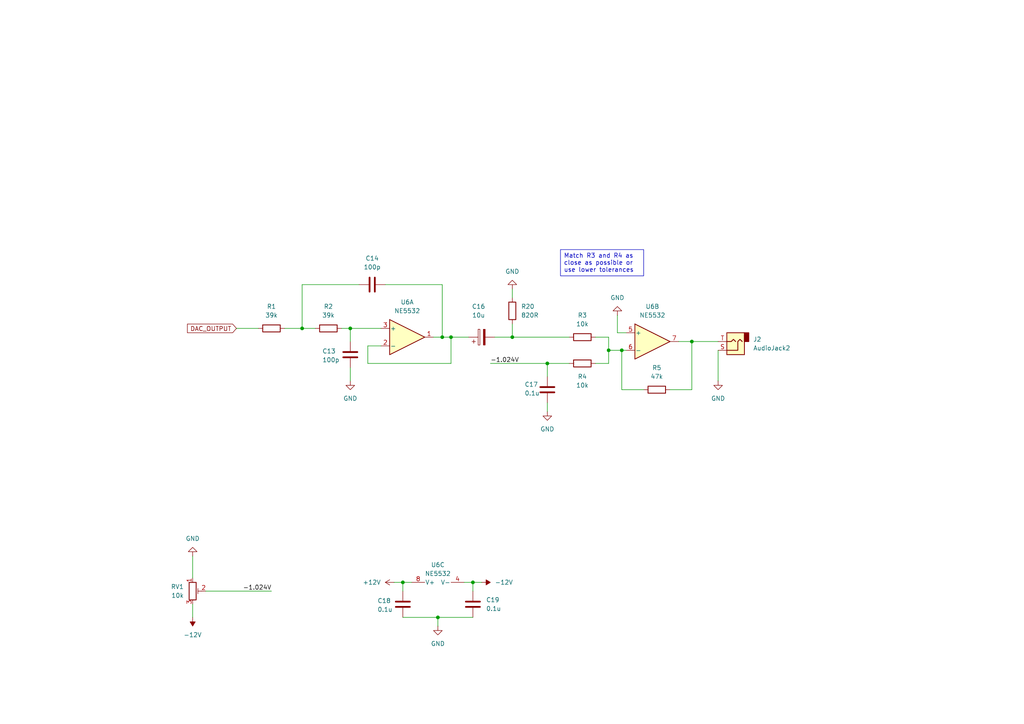
<source format=kicad_sch>
(kicad_sch (version 20231120) (generator "eeschema") (generator_version "8.0")
  (paper "A4")
  (title_block (title "Output") (date "2024-11-18") (rev "1"))
  (lib_symbols
    (symbol "Amplifier_Operational:NE5532" (pin_names (offset 0.127))
      (property "Reference" "U" (at 0 5.08 0))
      (property "Value" "NE5532" (at 0 -5.08 0))
      (symbol "NE5532_1_1"
        (polyline (pts (xy -5.08 5.08) (xy 5.08 0) (xy -5.08 -5.08) (xy -5.08 5.08)) (stroke (width 0.254)) (fill (type background)))
        (pin output line (at 7.62 0 180) (length 2.54) (name "~") (number "1"))
        (pin input line (at -7.62 -2.54 0) (length 2.54) (name "-") (number "2"))
        (pin input line (at -7.62 2.54 0) (length 2.54) (name "+") (number "3"))
      )
      (symbol "NE5532_2_1"
        (polyline (pts (xy -5.08 5.08) (xy 5.08 0) (xy -5.08 -5.08) (xy -5.08 5.08)) (stroke (width 0.254)) (fill (type background)))
        (pin input line (at -7.62 2.54 0) (length 2.54) (name "+") (number "5"))
        (pin input line (at -7.62 -2.54 0) (length 2.54) (name "-") (number "6"))
        (pin output line (at 7.62 0 180) (length 2.54) (name "~") (number "7"))
      )
      (symbol "NE5532_3_1"
        (pin power_in line (at -2.54 -7.62 90) (length 3.81) (name "V-") (number "4"))
        (pin power_in line (at -2.54 7.62 270) (length 3.81) (name "V+") (number "8"))
      )
    )
    (symbol "Connector_Audio:AudioJack2"
      (property "Reference" "J" (at 0 8.89 0))
      (property "Value" "AudioJack2" (at 0 6.35 0))
      (symbol "AudioJack2_0_1"
        (rectangle (start -3.81 0) (end -2.54 -2.54) (stroke (width 0.254)) (fill (type outline)))
        (rectangle (start -2.54 3.81) (end 2.54 -2.54) (stroke (width 0.254)) (fill (type background)))
        (polyline (pts (xy 0 0) (xy 0.635 -0.635) (xy 1.27 0) (xy 2.54 0)) (stroke (width 0.254)))
        (polyline (pts (xy 2.54 2.54) (xy -0.635 2.54) (xy -0.635 0) (xy -1.27 -0.635) (xy -1.905 0)) (stroke (width 0.254)))
      )
      (symbol "AudioJack2_1_1"
        (pin passive line (at 5.08 2.54 180) (length 2.54) (name "~") (number "S"))
        (pin passive line (at 5.08 0 180) (length 2.54) (name "~") (number "T"))
      )
    )
    (symbol "Device:C" (pin_numbers hide) (pin_names (offset 0.254))
      (property "Reference" "C" (at 0.635 2.54 0))
      (property "Value" "C" (at 0.635 -2.54 0))
      (symbol "C_0_1"
        (polyline (pts (xy -2.032 -0.762) (xy 2.032 -0.762)) (stroke (width 0.508)))
        (polyline (pts (xy -2.032 0.762) (xy 2.032 0.762)) (stroke (width 0.508)))
      )
      (symbol "C_1_1"
        (pin passive line (at 0 3.81 270) (length 2.794) (name "~") (number "1"))
        (pin passive line (at 0 -3.81 90) (length 2.794) (name "~") (number "2"))
      )
    )
    (symbol "Device:C_Polarized" (pin_numbers hide) (pin_names (offset 0.254))
      (property "Reference" "C" (at 0.635 2.54 0))
      (property "Value" "C_Polarized" (at 0.635 -2.54 0))
      (symbol "C_Polarized_0_1"
        (rectangle (start -2.286 0.508) (end 2.286 1.016))
        (polyline (pts (xy -1.778 2.286) (xy -0.762 2.286)))
        (polyline (pts (xy -1.27 2.794) (xy -1.27 1.778)))
        (rectangle (start 2.286 -0.508) (end -2.286 -1.016) (fill (type outline)))
      )
      (symbol "C_Polarized_1_1"
        (pin passive line (at 0 3.81 270) (length 2.794) (name "~") (number "1"))
        (pin passive line (at 0 -3.81 90) (length 2.794) (name "~") (number "2"))
      )
    )
    (symbol "Device:R" (pin_numbers hide) (pin_names (offset 0))
      (property "Reference" "R" (at 2.032 0 90))
      (property "Value" "R" (at 0 0 90))
      (symbol "R_0_1"
        (rectangle (start -1.016 -2.54) (end 1.016 2.54) (stroke (width 0.254)))
      )
      (symbol "R_1_1"
        (pin passive line (at 0 3.81 270) (length 1.27) (name "~") (number "1"))
        (pin passive line (at 0 -3.81 90) (length 1.27) (name "~") (number "2"))
      )
    )
    (symbol "Device:R_Potentiometer_Trim" (pin_names (offset 1.016) hide)
      (property "Reference" "RV" (at -4.445 0 90))
      (property "Value" "R_Potentiometer_Trim" (at -2.54 0 90))
      (symbol "R_Potentiometer_Trim_0_1"
        (polyline (pts (xy 1.524 0.762) (xy 1.524 -0.762)))
        (polyline (pts (xy 2.54 0) (xy 1.524 0)))
        (rectangle (start 1.016 2.54) (end -1.016 -2.54) (stroke (width 0.254)))
      )
      (symbol "R_Potentiometer_Trim_1_1"
        (pin passive line (at 0 3.81 270) (length 1.27) (name "1") (number "1"))
        (pin passive line (at 3.81 0 180) (length 1.27) (name "2") (number "2"))
        (pin passive line (at 0 -3.81 90) (length 1.27) (name "3") (number "3"))
      )
    )
    (symbol "power:+12V" (power) (pin_numbers hide) (pin_names (offset 0) hide)
      (property "Value" "+12V" (at 0 3.556 0))
      (symbol "+12V_0_1"
        (polyline (pts (xy -0.762 1.27) (xy 0 2.54)))
        (polyline (pts (xy 0 0) (xy 0 2.54)))
        (polyline (pts (xy 0 2.54) (xy 0.762 1.27)))
      )
      (symbol "+12V_1_1"
        (pin power_in line (at 0 0 90) (length 0) (name "~") (number "1"))
      )
    )
    (symbol "power:-12V" (power) (pin_numbers hide) (pin_names (offset 0) hide)
      (property "Value" "-12V" (at 0 3.556 0))
      (symbol "-12V_0_0"
        (pin power_in line (at 0 0 90) (length 0) (name "~") (number "1"))
      )
      (symbol "-12V_0_1"
        (polyline (pts (xy 0 0) (xy 0 1.27) (xy 0.762 1.27) (xy 0 2.54) (xy -0.762 1.27) (xy 0 1.27)) (fill (type outline)))
      )
    )
    (symbol "power:GND" (power) (pin_numbers hide) (pin_names (offset 0) hide)
      (property "Value" "GND" (at 0 -3.81 0))
      (symbol "GND_0_1"
        (polyline (pts (xy 0 0) (xy 0 -1.27) (xy 1.27 -1.27) (xy 0 -2.54) (xy -1.27 -1.27) (xy 0 -1.27)))
      )
      (symbol "GND_1_1"
        (pin power_in line (at 0 0 270) (length 0) (name "~") (number "1"))
      )
    )
  )
  (junction (at 128.27 97.79))
  (junction (at 116.84 168.91))
  (junction (at 176.53 101.6))
  (junction (at 200.66 99.06))
  (junction (at 87.63 95.25))
  (junction (at 101.6 95.25))
  (junction (at 137.16 168.91))
  (junction (at 130.81 97.79))
  (junction (at 180.34 101.6))
  (junction (at 158.75 105.41))
  (junction (at 148.59 97.79))
  (junction (at 127 179.07))
  (wire (pts (xy 59.69 171.45) (xy 78.74 171.45)))
  (wire (pts (xy 196.85 99.06) (xy 200.66 99.06)))
  (wire (pts (xy 68.58 95.25) (xy 74.93 95.25)))
  (wire (pts (xy 55.88 175.26) (xy 55.88 179.07)))
  (wire (pts (xy 130.81 97.79) (xy 135.89 97.79)))
  (wire (pts (xy 176.53 97.79) (xy 176.53 101.6)))
  (wire (pts (xy 148.59 93.98) (xy 148.59 97.79)))
  (wire (pts (xy 142.24 105.41) (xy 158.75 105.41)))
  (wire (pts (xy 181.61 96.52) (xy 179.07 96.52)))
  (wire (pts (xy 137.16 168.91) (xy 137.16 171.45)))
  (wire (pts (xy 87.63 82.55) (xy 104.14 82.55)))
  (wire (pts (xy 101.6 95.25) (xy 110.49 95.25)))
  (wire (pts (xy 101.6 106.68) (xy 101.6 110.49)))
  (wire (pts (xy 200.66 99.06) (xy 200.66 113.03)))
  (wire (pts (xy 116.84 168.91) (xy 119.38 168.91)))
  (wire (pts (xy 130.81 105.41) (xy 130.81 97.79)))
  (wire (pts (xy 158.75 105.41) (xy 165.1 105.41)))
  (wire (pts (xy 180.34 101.6) (xy 181.61 101.6)))
  (wire (pts (xy 200.66 99.06) (xy 208.28 99.06)))
  (wire (pts (xy 55.88 161.29) (xy 55.88 167.64)))
  (wire (pts (xy 106.68 100.33) (xy 110.49 100.33)))
  (wire (pts (xy 143.51 97.79) (xy 148.59 97.79)))
  (wire (pts (xy 134.62 168.91) (xy 137.16 168.91)))
  (wire (pts (xy 127 179.07) (xy 127 181.61)))
  (wire (pts (xy 208.28 101.6) (xy 208.28 110.49)))
  (wire (pts (xy 158.75 116.84) (xy 158.75 119.38)))
  (wire (pts (xy 180.34 113.03) (xy 180.34 101.6)))
  (wire (pts (xy 148.59 83.82) (xy 148.59 86.36)))
  (wire (pts (xy 128.27 97.79) (xy 125.73 97.79)))
  (wire (pts (xy 137.16 168.91) (xy 139.7 168.91)))
  (wire (pts (xy 106.68 100.33) (xy 106.68 105.41)))
  (wire (pts (xy 106.68 105.41) (xy 130.81 105.41)))
  (wire (pts (xy 127 179.07) (xy 137.16 179.07)))
  (wire (pts (xy 186.69 113.03) (xy 180.34 113.03)))
  (wire (pts (xy 101.6 95.25) (xy 101.6 99.06)))
  (wire (pts (xy 148.59 97.79) (xy 165.1 97.79)))
  (wire (pts (xy 130.81 97.79) (xy 128.27 97.79)))
  (wire (pts (xy 158.75 105.41) (xy 158.75 109.22)))
  (wire (pts (xy 172.72 105.41) (xy 176.53 105.41)))
  (wire (pts (xy 111.76 82.55) (xy 128.27 82.55)))
  (wire (pts (xy 176.53 101.6) (xy 180.34 101.6)))
  (wire (pts (xy 172.72 97.79) (xy 176.53 97.79)))
  (wire (pts (xy 82.55 95.25) (xy 87.63 95.25)))
  (wire (pts (xy 116.84 168.91) (xy 116.84 171.45)))
  (wire (pts (xy 128.27 82.55) (xy 128.27 97.79)))
  (wire (pts (xy 87.63 82.55) (xy 87.63 95.25)))
  (wire (pts (xy 176.53 105.41) (xy 176.53 101.6)))
  (wire (pts (xy 179.07 96.52) (xy 179.07 91.44)))
  (wire (pts (xy 200.66 113.03) (xy 194.31 113.03)))
  (wire (pts (xy 87.63 95.25) (xy 91.44 95.25)))
  (wire (pts (xy 99.06 95.25) (xy 101.6 95.25)))
  (wire (pts (xy 116.84 179.07) (xy 127 179.07)))
  (wire (pts (xy 114.3 168.91) (xy 116.84 168.91)))
  (text_box "Match R3 and R4 as close as possible or use lower tolerances" (at 162.56 72.39 0) (size 24.13 7.62) (effects (font (size 1.27 1.27)) (justify left top)))
  (label "-1.024V" (at 142.24 105.41 0))
  (label "-1.024V" (at 78.74 171.45 180))
  (global_label "DAC_OUTPUT" (shape input) (at 68.58 95.25 180) (property "Intersheetrefs" "${INTERSHEET_REFS}" (effects (hide yes))))
  (symbol (lib_id "Device:R") (at 168.91 97.79 90) (unit 1)
    (property "Reference" "R3" (at 168.91 91.44 90))
    (property "Value" "10k" (at 168.91 93.98 90))
    (property "Footprint" "Resistor_THT:R_Axial_DIN0204_L3.6mm_D1.6mm_P2.54mm_Vertical" (effects (hide yes)))
    (property "Description" "Resistor" (effects (hide yes)))
  )
  (symbol (lib_id "power:GND") (at 148.59 83.82 180) (unit 1)
    (property "Reference" "#PWR051" (effects (hide yes)))
    (property "Value" "GND" (at 148.59 78.74 0))
    (property "Description" "Power symbol creates a global label with name \"GND\" , ground" (effects (hide yes)))
  )
  (symbol (lib_id "Device:R") (at 190.5 113.03 90) (unit 1)
    (property "Reference" "R5" (at 190.5 106.68 90))
    (property "Value" "47k" (at 190.5 109.22 90))
    (property "Footprint" "Resistor_THT:R_Axial_DIN0204_L3.6mm_D1.6mm_P2.54mm_Vertical" (effects (hide yes)))
    (property "Description" "Resistor" (effects (hide yes)))
  )
  (symbol (lib_id "Device:C_Polarized") (at 139.7 97.79 90) (unit 1)
    (property "Reference" "C16" (at 138.811 88.9 90))
    (property "Value" "10u" (at 138.811 91.44 90))
    (property "Footprint" "Capacitor_THT:CP_Radial_D5.0mm_P2.50mm" (effects (hide yes)))
    (property "Description" "Polarized capacitor" (effects (hide yes)))
  )
  (symbol (lib_id "power:GND") (at 208.28 110.49 0) (unit 1)
    (property "Reference" "#PWR033" (effects (hide yes)))
    (property "Value" "GND" (at 208.28 115.57 0))
    (property "Description" "Power symbol creates a global label with name \"GND\" , ground" (effects (hide yes)))
  )
  (symbol (lib_id "Device:C") (at 158.75 113.03 0) (unit 1)
    (property "Reference" "C17" (at 152.146 111.506 0) (effects (justify left)))
    (property "Value" "0.1u" (at 152.146 114.046 0) (effects (justify left)))
    (property "Footprint" "Capacitor_THT:C_Disc_D5.0mm_W2.5mm_P5.00mm" (effects (hide yes)))
    (property "Description" "Unpolarized capacitor" (effects (hide yes)))
  )
  (symbol (lib_id "Device:R") (at 78.74 95.25 90) (unit 1)
    (property "Reference" "R1" (at 78.74 88.9 90))
    (property "Value" "39k" (at 78.74 91.44 90))
    (property "Footprint" "Resistor_THT:R_Axial_DIN0204_L3.6mm_D1.6mm_P2.54mm_Vertical" (effects (hide yes)))
    (property "Description" "Resistor" (effects (hide yes)))
  )
  (symbol (lib_id "power:GND") (at 101.6 110.49 0) (unit 1)
    (property "Reference" "#PWR025" (effects (hide yes)))
    (property "Value" "GND" (at 101.6 115.57 0))
    (property "Description" "Power symbol creates a global label with name \"GND\" , ground" (effects (hide yes)))
  )
  (symbol (lib_id "Amplifier_Operational:NE5532") (at 189.23 99.06 0) (unit 2)
    (property "Reference" "U6" (at 189.23 88.9 0))
    (property "Value" "NE5532" (at 189.23 91.44 0))
    (property "Footprint" "Package_DIP:DIP-8_W7.62mm" (effects (hide yes)))
    (property "Datasheet" "http://www.ti.com/lit/ds/symlink/ne5532.pdf" (effects (hide yes)))
    (property "Description" "Dual Low-Noise Operational Amplifiers, DIP-8/SOIC-8" (effects (hide yes)))
  )
  (symbol (lib_id "Device:R") (at 148.59 90.17 0) (unit 1)
    (property "Reference" "R20" (at 151.13 88.8999 0) (effects (justify left)))
    (property "Value" "820R" (at 151.13 91.4399 0) (effects (justify left)))
    (property "Footprint" "Resistor_THT:R_Axial_DIN0204_L3.6mm_D1.6mm_P2.54mm_Vertical" (effects (hide yes)))
    (property "Description" "Resistor" (effects (hide yes)))
  )
  (symbol (lib_id "Device:C") (at 107.95 82.55 270) (unit 1)
    (property "Reference" "C14" (at 107.95 74.93 90))
    (property "Value" "100p" (at 107.95 77.47 90))
    (property "Footprint" "Capacitor_THT:C_Disc_D5.0mm_W2.5mm_P5.00mm" (effects (hide yes)))
    (property "Description" "Unpolarized capacitor" (effects (hide yes)))
  )
  (symbol (lib_id "Amplifier_Operational:NE5532") (at 118.11 97.79 0) (unit 1)
    (property "Reference" "U6" (at 118.11 87.63 0))
    (property "Value" "NE5532" (at 118.11 90.17 0))
    (property "Footprint" "Package_DIP:DIP-8_W7.62mm" (effects (hide yes)))
    (property "Datasheet" "http://www.ti.com/lit/ds/symlink/ne5532.pdf" (effects (hide yes)))
    (property "Description" "Dual Low-Noise Operational Amplifiers, DIP-8/SOIC-8" (effects (hide yes)))
  )
  (symbol (lib_id "power:GND") (at 127 181.61 0) (unit 1)
    (property "Reference" "#PWR032" (effects (hide yes)))
    (property "Value" "GND" (at 127 186.69 0))
    (property "Description" "Power symbol creates a global label with name \"GND\" , ground" (effects (hide yes)))
  )
  (symbol (lib_id "Device:C") (at 137.16 175.26 0) (unit 1)
    (property "Reference" "C19" (at 140.97 173.9899 0) (effects (justify left)))
    (property "Value" "0.1u" (at 140.97 176.5299 0) (effects (justify left)))
    (property "Footprint" "Capacitor_THT:C_Disc_D5.0mm_W2.5mm_P5.00mm" (effects (hide yes)))
    (property "Description" "Unpolarized capacitor" (effects (hide yes)))
  )
  (symbol (lib_id "Device:R") (at 168.91 105.41 90) (unit 1)
    (property "Reference" "R4" (at 168.91 109.22 90))
    (property "Value" "10k" (at 168.91 111.76 90))
    (property "Footprint" "Resistor_THT:R_Axial_DIN0204_L3.6mm_D1.6mm_P2.54mm_Vertical" (effects (hide yes)))
    (property "Description" "Resistor" (effects (hide yes)))
  )
  (symbol (lib_id "power:-12V") (at 139.7 168.91 270) (unit 1)
    (property "Reference" "#PWR034" (effects (hide yes)))
    (property "Value" "-12V" (at 143.51 168.9099 90) (effects (justify left)))
    (property "Description" "Power symbol creates a global label with name \"-12V\"" (effects (hide yes)))
  )
  (symbol (lib_id "power:GND") (at 158.75 119.38 0) (unit 1)
    (property "Reference" "#PWR026" (effects (hide yes)))
    (property "Value" "GND" (at 158.75 124.46 0))
    (property "Description" "Power symbol creates a global label with name \"GND\" , ground" (effects (hide yes)))
  )
  (symbol (lib_id "power:+12V") (at 114.3 168.91 90) (unit 1)
    (property "Reference" "#PWR031" (effects (hide yes)))
    (property "Value" "+12V" (at 110.49 168.9099 90) (effects (justify left)))
    (property "Description" "Power symbol creates a global label with name \"+12V\"" (effects (hide yes)))
  )
  (symbol (lib_id "Amplifier_Operational:NE5532") (at 127 166.37 90) (unit 3)
    (property "Reference" "U6" (at 127 163.83 90))
    (property "Value" "NE5532" (at 127 166.37 90))
    (property "Footprint" "Package_DIP:DIP-8_W7.62mm" (effects (hide yes)))
    (property "Datasheet" "http://www.ti.com/lit/ds/symlink/ne5532.pdf" (effects (hide yes)))
    (property "Description" "Dual Low-Noise Operational Amplifiers, DIP-8/SOIC-8" (effects (hide yes)))
  )
  (symbol (lib_id "power:GND") (at 55.88 161.29 180) (unit 1)
    (property "Reference" "#PWR07" (effects (hide yes)))
    (property "Value" "GND" (at 55.88 156.21 0))
    (property "Description" "Power symbol creates a global label with name \"GND\" , ground" (effects (hide yes)))
  )
  (symbol (lib_id "Device:C") (at 101.6 102.87 0) (unit 1)
    (property "Reference" "C13" (at 93.472 101.854 0) (effects (justify left)))
    (property "Value" "100p" (at 93.472 104.394 0) (effects (justify left)))
    (property "Footprint" "Capacitor_THT:C_Disc_D5.0mm_W2.5mm_P5.00mm" (effects (hide yes)))
    (property "Description" "Unpolarized capacitor" (effects (hide yes)))
  )
  (symbol (lib_id "Connector_Audio:AudioJack2") (at 213.36 99.06 180) (unit 1)
    (property "Reference" "J2" (at 218.44 98.4249 0) (effects (justify right)))
    (property "Value" "AudioJack2" (at 218.44 100.9649 0) (effects (justify right)))
    (property "Footprint" "Connector_Audio:Jack_3.5mm_QingPu_WQP-PJ398SM_Vertical_CircularHoles" (effects (hide yes)))
    (property "Description" "Audio Jack, 2 Poles (Mono / TS)" (effects (hide yes)))
  )
  (symbol (lib_id "power:-12V") (at 55.88 179.07 180) (unit 1)
    (property "Reference" "#PWR08" (effects (hide yes)))
    (property "Value" "-12V" (at 55.88 184.15 0))
    (property "Description" "Power symbol creates a global label with name \"-12V\"" (effects (hide yes)))
  )
  (symbol (lib_id "Device:R") (at 95.25 95.25 90) (unit 1)
    (property "Reference" "R2" (at 95.25 88.9 90))
    (property "Value" "39k" (at 95.25 91.44 90))
    (property "Footprint" "Resistor_THT:R_Axial_DIN0204_L3.6mm_D1.6mm_P2.54mm_Vertical" (effects (hide yes)))
    (property "Description" "Resistor" (effects (hide yes)))
  )
  (symbol (lib_id "Device:R_Potentiometer_Trim") (at 55.88 171.45 0) (unit 1)
    (property "Reference" "RV1" (at 53.34 170.1799 0) (effects (justify right)))
    (property "Value" "10k" (at 53.34 172.7199 0) (effects (justify right)))
    (property "Footprint" "Trimmer-potentiometer:Trimmer-potentiometer" (effects (hide yes)))
    (property "Description" "Trim-potentiometer" (effects (hide yes)))
  )
  (symbol (lib_id "power:GND") (at 179.07 91.44 180) (unit 1)
    (property "Reference" "#PWR027" (effects (hide yes)))
    (property "Value" "GND" (at 179.07 86.36 0))
    (property "Description" "Power symbol creates a global label with name \"GND\" , ground" (effects (hide yes)))
  )
  (symbol (lib_id "Device:C") (at 116.84 175.26 0) (unit 1)
    (property "Reference" "C18" (at 109.474 174.244 0) (effects (justify left)))
    (property "Value" "0.1u" (at 109.474 176.784 0) (effects (justify left)))
    (property "Footprint" "Capacitor_THT:C_Disc_D5.0mm_W2.5mm_P5.00mm" (effects (hide yes)))
    (property "Description" "Unpolarized capacitor" (effects (hide yes)))
  )
)
</source>
